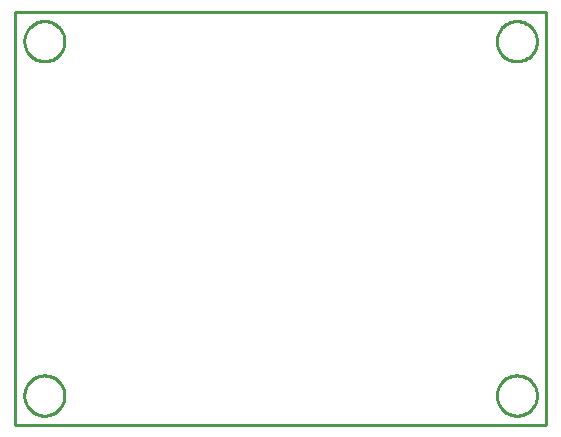
<source format=gbr>
G04 EAGLE Gerber RS-274X export*
G75*
%MOMM*%
%FSLAX34Y34*%
%LPD*%
%IN*%
%IPPOS*%
%AMOC8*
5,1,8,0,0,1.08239X$1,22.5*%
G01*
%ADD10C,0.254000*%


D10*
X0Y0D02*
X450000Y0D01*
X450000Y350000D01*
X0Y350000D01*
X0Y0D01*
X42000Y324443D02*
X41927Y323333D01*
X41782Y322229D01*
X41565Y321138D01*
X41277Y320063D01*
X40919Y319009D01*
X40493Y317980D01*
X40001Y316982D01*
X39444Y316018D01*
X38826Y315093D01*
X38148Y314210D01*
X37414Y313373D01*
X36627Y312586D01*
X35790Y311852D01*
X34907Y311174D01*
X33982Y310556D01*
X33018Y309999D01*
X32020Y309507D01*
X30991Y309081D01*
X29937Y308723D01*
X28862Y308435D01*
X27771Y308218D01*
X26667Y308073D01*
X25557Y308000D01*
X24443Y308000D01*
X23333Y308073D01*
X22229Y308218D01*
X21138Y308435D01*
X20063Y308723D01*
X19009Y309081D01*
X17980Y309507D01*
X16982Y309999D01*
X16018Y310556D01*
X15093Y311174D01*
X14210Y311852D01*
X13373Y312586D01*
X12586Y313373D01*
X11852Y314210D01*
X11174Y315093D01*
X10556Y316018D01*
X9999Y316982D01*
X9507Y317980D01*
X9081Y319009D01*
X8723Y320063D01*
X8435Y321138D01*
X8218Y322229D01*
X8073Y323333D01*
X8000Y324443D01*
X8000Y325557D01*
X8073Y326667D01*
X8218Y327771D01*
X8435Y328862D01*
X8723Y329937D01*
X9081Y330991D01*
X9507Y332020D01*
X9999Y333018D01*
X10556Y333982D01*
X11174Y334907D01*
X11852Y335790D01*
X12586Y336627D01*
X13373Y337414D01*
X14210Y338148D01*
X15093Y338826D01*
X16018Y339444D01*
X16982Y340001D01*
X17980Y340493D01*
X19009Y340919D01*
X20063Y341277D01*
X21138Y341565D01*
X22229Y341782D01*
X23333Y341927D01*
X24443Y342000D01*
X25557Y342000D01*
X26667Y341927D01*
X27771Y341782D01*
X28862Y341565D01*
X29937Y341277D01*
X30991Y340919D01*
X32020Y340493D01*
X33018Y340001D01*
X33982Y339444D01*
X34907Y338826D01*
X35790Y338148D01*
X36627Y337414D01*
X37414Y336627D01*
X38148Y335790D01*
X38826Y334907D01*
X39444Y333982D01*
X40001Y333018D01*
X40493Y332020D01*
X40919Y330991D01*
X41277Y329937D01*
X41565Y328862D01*
X41782Y327771D01*
X41927Y326667D01*
X42000Y325557D01*
X42000Y324443D01*
X442000Y324443D02*
X441927Y323333D01*
X441782Y322229D01*
X441565Y321138D01*
X441277Y320063D01*
X440919Y319009D01*
X440493Y317980D01*
X440001Y316982D01*
X439444Y316018D01*
X438826Y315093D01*
X438148Y314210D01*
X437414Y313373D01*
X436627Y312586D01*
X435790Y311852D01*
X434907Y311174D01*
X433982Y310556D01*
X433018Y309999D01*
X432020Y309507D01*
X430991Y309081D01*
X429937Y308723D01*
X428862Y308435D01*
X427771Y308218D01*
X426667Y308073D01*
X425557Y308000D01*
X424443Y308000D01*
X423333Y308073D01*
X422229Y308218D01*
X421138Y308435D01*
X420063Y308723D01*
X419009Y309081D01*
X417980Y309507D01*
X416982Y309999D01*
X416018Y310556D01*
X415093Y311174D01*
X414210Y311852D01*
X413373Y312586D01*
X412586Y313373D01*
X411852Y314210D01*
X411174Y315093D01*
X410556Y316018D01*
X409999Y316982D01*
X409507Y317980D01*
X409081Y319009D01*
X408723Y320063D01*
X408435Y321138D01*
X408218Y322229D01*
X408073Y323333D01*
X408000Y324443D01*
X408000Y325557D01*
X408073Y326667D01*
X408218Y327771D01*
X408435Y328862D01*
X408723Y329937D01*
X409081Y330991D01*
X409507Y332020D01*
X409999Y333018D01*
X410556Y333982D01*
X411174Y334907D01*
X411852Y335790D01*
X412586Y336627D01*
X413373Y337414D01*
X414210Y338148D01*
X415093Y338826D01*
X416018Y339444D01*
X416982Y340001D01*
X417980Y340493D01*
X419009Y340919D01*
X420063Y341277D01*
X421138Y341565D01*
X422229Y341782D01*
X423333Y341927D01*
X424443Y342000D01*
X425557Y342000D01*
X426667Y341927D01*
X427771Y341782D01*
X428862Y341565D01*
X429937Y341277D01*
X430991Y340919D01*
X432020Y340493D01*
X433018Y340001D01*
X433982Y339444D01*
X434907Y338826D01*
X435790Y338148D01*
X436627Y337414D01*
X437414Y336627D01*
X438148Y335790D01*
X438826Y334907D01*
X439444Y333982D01*
X440001Y333018D01*
X440493Y332020D01*
X440919Y330991D01*
X441277Y329937D01*
X441565Y328862D01*
X441782Y327771D01*
X441927Y326667D01*
X442000Y325557D01*
X442000Y324443D01*
X442000Y24443D02*
X441927Y23333D01*
X441782Y22229D01*
X441565Y21138D01*
X441277Y20063D01*
X440919Y19009D01*
X440493Y17980D01*
X440001Y16982D01*
X439444Y16018D01*
X438826Y15093D01*
X438148Y14210D01*
X437414Y13373D01*
X436627Y12586D01*
X435790Y11852D01*
X434907Y11174D01*
X433982Y10556D01*
X433018Y9999D01*
X432020Y9507D01*
X430991Y9081D01*
X429937Y8723D01*
X428862Y8435D01*
X427771Y8218D01*
X426667Y8073D01*
X425557Y8000D01*
X424443Y8000D01*
X423333Y8073D01*
X422229Y8218D01*
X421138Y8435D01*
X420063Y8723D01*
X419009Y9081D01*
X417980Y9507D01*
X416982Y9999D01*
X416018Y10556D01*
X415093Y11174D01*
X414210Y11852D01*
X413373Y12586D01*
X412586Y13373D01*
X411852Y14210D01*
X411174Y15093D01*
X410556Y16018D01*
X409999Y16982D01*
X409507Y17980D01*
X409081Y19009D01*
X408723Y20063D01*
X408435Y21138D01*
X408218Y22229D01*
X408073Y23333D01*
X408000Y24443D01*
X408000Y25557D01*
X408073Y26667D01*
X408218Y27771D01*
X408435Y28862D01*
X408723Y29937D01*
X409081Y30991D01*
X409507Y32020D01*
X409999Y33018D01*
X410556Y33982D01*
X411174Y34907D01*
X411852Y35790D01*
X412586Y36627D01*
X413373Y37414D01*
X414210Y38148D01*
X415093Y38826D01*
X416018Y39444D01*
X416982Y40001D01*
X417980Y40493D01*
X419009Y40919D01*
X420063Y41277D01*
X421138Y41565D01*
X422229Y41782D01*
X423333Y41927D01*
X424443Y42000D01*
X425557Y42000D01*
X426667Y41927D01*
X427771Y41782D01*
X428862Y41565D01*
X429937Y41277D01*
X430991Y40919D01*
X432020Y40493D01*
X433018Y40001D01*
X433982Y39444D01*
X434907Y38826D01*
X435790Y38148D01*
X436627Y37414D01*
X437414Y36627D01*
X438148Y35790D01*
X438826Y34907D01*
X439444Y33982D01*
X440001Y33018D01*
X440493Y32020D01*
X440919Y30991D01*
X441277Y29937D01*
X441565Y28862D01*
X441782Y27771D01*
X441927Y26667D01*
X442000Y25557D01*
X442000Y24443D01*
X42000Y24443D02*
X41927Y23333D01*
X41782Y22229D01*
X41565Y21138D01*
X41277Y20063D01*
X40919Y19009D01*
X40493Y17980D01*
X40001Y16982D01*
X39444Y16018D01*
X38826Y15093D01*
X38148Y14210D01*
X37414Y13373D01*
X36627Y12586D01*
X35790Y11852D01*
X34907Y11174D01*
X33982Y10556D01*
X33018Y9999D01*
X32020Y9507D01*
X30991Y9081D01*
X29937Y8723D01*
X28862Y8435D01*
X27771Y8218D01*
X26667Y8073D01*
X25557Y8000D01*
X24443Y8000D01*
X23333Y8073D01*
X22229Y8218D01*
X21138Y8435D01*
X20063Y8723D01*
X19009Y9081D01*
X17980Y9507D01*
X16982Y9999D01*
X16018Y10556D01*
X15093Y11174D01*
X14210Y11852D01*
X13373Y12586D01*
X12586Y13373D01*
X11852Y14210D01*
X11174Y15093D01*
X10556Y16018D01*
X9999Y16982D01*
X9507Y17980D01*
X9081Y19009D01*
X8723Y20063D01*
X8435Y21138D01*
X8218Y22229D01*
X8073Y23333D01*
X8000Y24443D01*
X8000Y25557D01*
X8073Y26667D01*
X8218Y27771D01*
X8435Y28862D01*
X8723Y29937D01*
X9081Y30991D01*
X9507Y32020D01*
X9999Y33018D01*
X10556Y33982D01*
X11174Y34907D01*
X11852Y35790D01*
X12586Y36627D01*
X13373Y37414D01*
X14210Y38148D01*
X15093Y38826D01*
X16018Y39444D01*
X16982Y40001D01*
X17980Y40493D01*
X19009Y40919D01*
X20063Y41277D01*
X21138Y41565D01*
X22229Y41782D01*
X23333Y41927D01*
X24443Y42000D01*
X25557Y42000D01*
X26667Y41927D01*
X27771Y41782D01*
X28862Y41565D01*
X29937Y41277D01*
X30991Y40919D01*
X32020Y40493D01*
X33018Y40001D01*
X33982Y39444D01*
X34907Y38826D01*
X35790Y38148D01*
X36627Y37414D01*
X37414Y36627D01*
X38148Y35790D01*
X38826Y34907D01*
X39444Y33982D01*
X40001Y33018D01*
X40493Y32020D01*
X40919Y30991D01*
X41277Y29937D01*
X41565Y28862D01*
X41782Y27771D01*
X41927Y26667D01*
X42000Y25557D01*
X42000Y24443D01*
M02*

</source>
